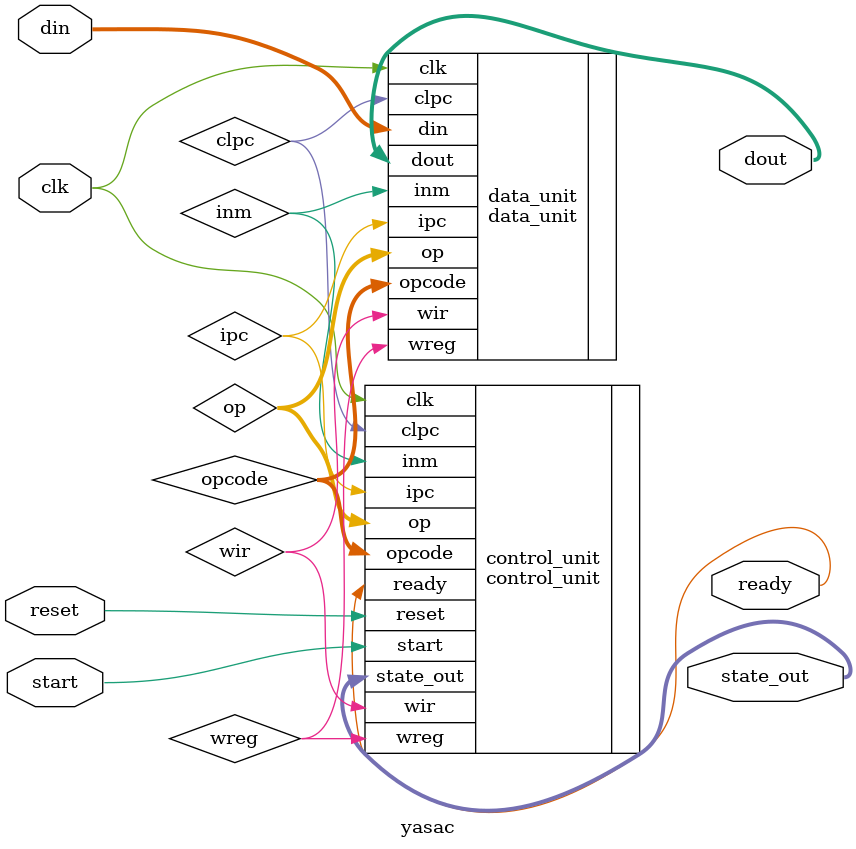
<source format=v>

module yasac (
    input wire clk,                 // clock (rising edge)
    input wire reset,               // reset (synchronous, active-high)
    input wire start,               // start operation
    output wire ready,              // ready output indicator
    input wire [7:0] din,           // external data input
    output wire [7:0] dout,         // external data output
    output wire [1:0] state_out     // FSM state output for testing

);

    // Internal signals
    wire [4:0] opcode;
    wire [1:0] op;
    wire ipc, clpc, wir, wreg, inm;

    // Control unit instance
    control_unit control_unit (
        .clk(clk),              // clock (rising edge)
        .reset(reset),          // reset (synchronous, active-low)
        .start(start),          // start operation
        .ready(ready),          // ready output indicator
        .opcode(opcode),        // instruction operation code
        .op(op),                // ALU operation code
        .ipc(ipc),              // PC increment
        .clpc(clpc),            // PC clear
        .wir(wir),              // write IR
        .wreg(wreg),            // write register array
        .inm(inm),              // use inmediate value
        .state_out(state_out)   // FSM state output for testing
);

    // Data unit instance
    data_unit data_unit (
        .clk(clk),
        .op(op),                // ALU operation code
        .ipc(ipc),              // PC increment
        .clpc(clpc),            // PC clear
        .wir(wir),              // write IR
        .wreg(wreg),            // write register array
        .inm(inm),              // use inmediate value
        .opcode(opcode),        // operation code of current instruction
        .din(din),              // external data input
        .dout(dout)             // external data output
);

endmodule
</source>
